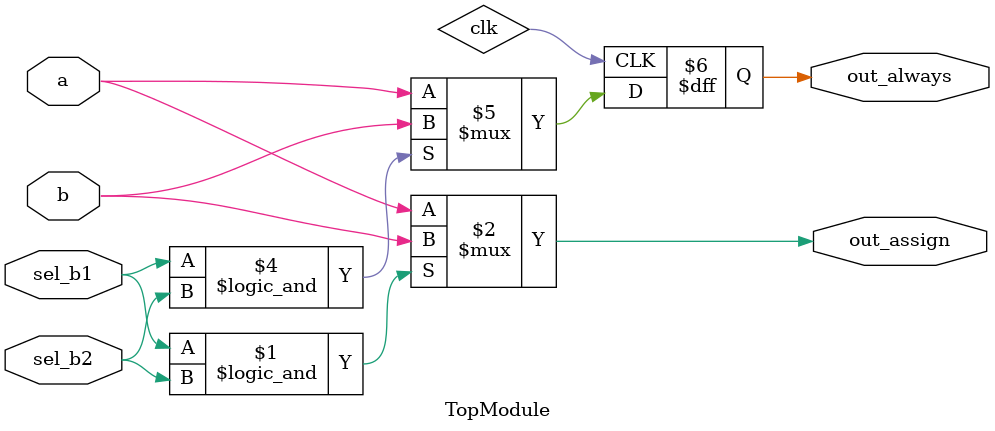
<source format=sv>

module TopModule (
  input a,
  input b,
  input sel_b1,
  input sel_b2,
  output out_assign,
  output reg out_always
);

assign out_assign = (sel_b1 && sel_b2) ? b : a;

always @(posedge clk) begin
  out_always <= (sel_b1 && sel_b2) ? b : a;
end

endmodule

// VERILOG-EVAL: abnormal backticks count
// VERILOG-EVAL: errant inclusion of module definition

</source>
